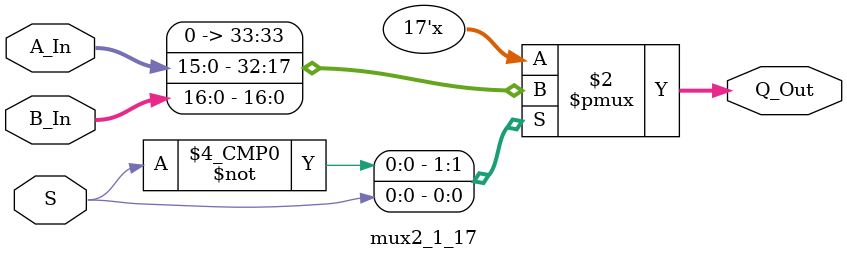
<source format=sv>
module mux2_1_17	(	input	logic 			S,
						input		logic 			[15:0] A_In,
						input 	logic 			[16:0] B_In,
						output logic		[16:0] Q_Out);
						
		// 17 bit parallel multiplexer implemented using case statement
		always_comb
		begin
				unique case(S)
						1'b0	:	Q_Out <= {1'b0, A_In};
						1'b1	:	Q_Out <= B_In;
				endcase
		end
		
		
endmodule
</source>
